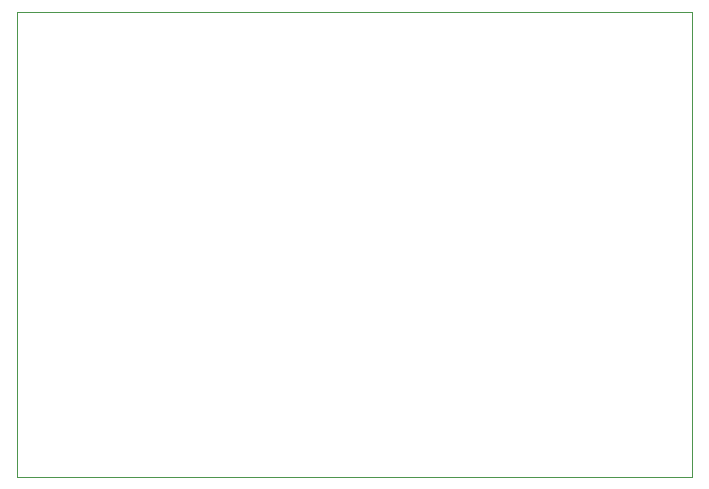
<source format=gbr>
G04 #@! TF.GenerationSoftware,KiCad,Pcbnew,5.1.2-f72e74a~84~ubuntu18.04.1*
G04 #@! TF.CreationDate,2019-07-11T09:37:04+02:00*
G04 #@! TF.ProjectId,kicad_filtre,6b696361-645f-4666-996c-7472652e6b69,rev?*
G04 #@! TF.SameCoordinates,Original*
G04 #@! TF.FileFunction,Profile,NP*
%FSLAX46Y46*%
G04 Gerber Fmt 4.6, Leading zero omitted, Abs format (unit mm)*
G04 Created by KiCad (PCBNEW 5.1.2-f72e74a~84~ubuntu18.04.1) date 2019-07-11 09:37:04*
%MOMM*%
%LPD*%
G04 APERTURE LIST*
%ADD10C,0.050000*%
G04 APERTURE END LIST*
D10*
X162560000Y-144145000D02*
X105410000Y-144145000D01*
X105410000Y-144145000D02*
X105410000Y-139065000D01*
X162560000Y-104775000D02*
X162560000Y-144145000D01*
X105410000Y-104775000D02*
X162560000Y-104775000D01*
X105410000Y-139065000D02*
X105410000Y-104775000D01*
M02*

</source>
